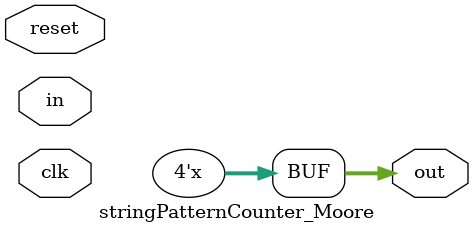
<source format=v>
`timescale 1ns / 1ps
module stringPatternCounter_Moore(
    input clk,
    input in,
    input reset,
    output reg [3:0] out
    );
	 
	 initial begin
		out = 0;
	 end
	 
	 wire temp;
	 
	 recognizer_Moore rec(clk, in, reset, temp);
	 
	 always @ (*) begin
		if (temp == 1'b1) 
		begin 
			out = out + 1;
		end
	 end
	 
endmodule

</source>
